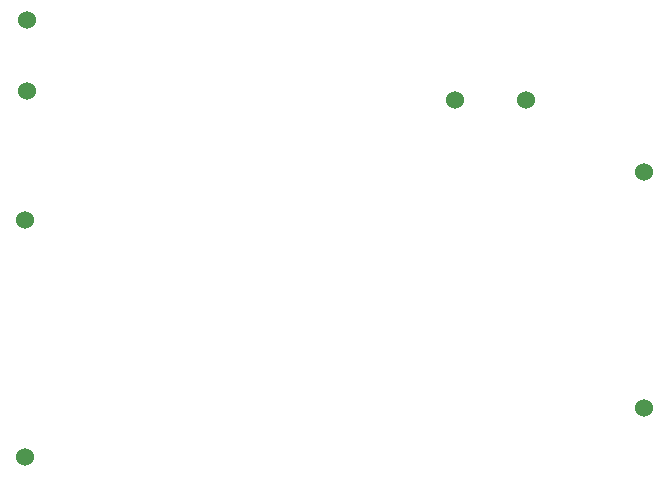
<source format=gbr>
%TF.GenerationSoftware,KiCad,Pcbnew,(6.0.7)*%
%TF.CreationDate,2022-09-05T15:15:48+08:00*%
%TF.ProjectId,6_7_2,365f375f-322e-46b6-9963-61645f706362,rev?*%
%TF.SameCoordinates,Original*%
%TF.FileFunction,Soldermask,Top*%
%TF.FilePolarity,Negative*%
%FSLAX46Y46*%
G04 Gerber Fmt 4.6, Leading zero omitted, Abs format (unit mm)*
G04 Created by KiCad (PCBNEW (6.0.7)) date 2022-09-05 15:15:48*
%MOMM*%
%LPD*%
G01*
G04 APERTURE LIST*
%ADD10C,1.524000*%
G04 APERTURE END LIST*
D10*
%TO.C,V1*%
X38164900Y-29413200D03*
X38164900Y-35413200D03*
%TD*%
%TO.C,U1*%
X74433300Y-36197800D03*
X80433300Y-36197800D03*
%TD*%
%TO.C,R1*%
X37987100Y-46365400D03*
X37987100Y-66365400D03*
%TD*%
%TO.C,R2*%
X90361900Y-42225200D03*
X90361900Y-62225200D03*
%TD*%
M02*

</source>
